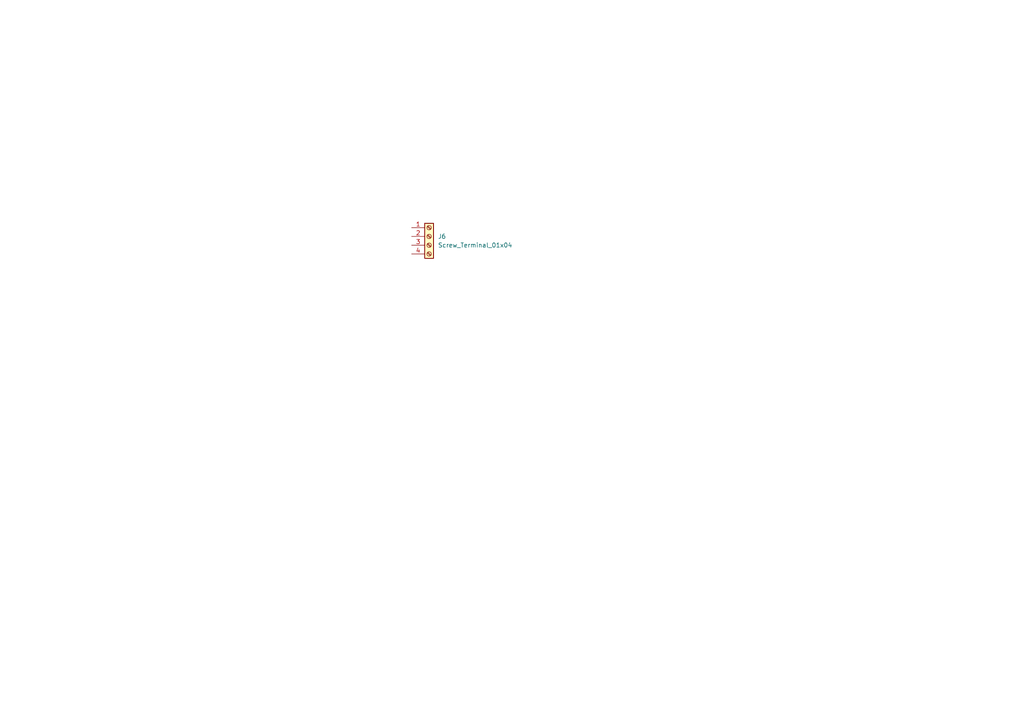
<source format=kicad_sch>
(kicad_sch (version 20231120) (generator "eeschema") (generator_version "8.0")
  (paper "A4")
  (lib_symbols
    (symbol "Connector:Screw_Terminal_01x04" (pin_names (offset 1.016) hide)
      (property "Reference" "J" (at 0 5.08 0))
      (property "Value" "Screw_Terminal_01x04" (at 0 -7.62 0))
      (symbol "Screw_Terminal_01x04_1_1"
        (rectangle (start -1.27 3.81) (end 1.27 -6.35) (stroke (width 0.254)) (fill (type background)))
        (circle (center 0 -5.08) (radius 0.635) (stroke (width 0.1524)))
        (circle (center 0 -2.54) (radius 0.635) (stroke (width 0.1524)))
        (polyline (pts (xy -0.5334 -4.7498) (xy 0.3302 -5.588)) (stroke (width 0.1524)))
        (polyline (pts (xy -0.5334 -2.2098) (xy 0.3302 -3.048)) (stroke (width 0.1524)))
        (polyline (pts (xy -0.5334 0.3302) (xy 0.3302 -0.508)) (stroke (width 0.1524)))
        (polyline (pts (xy -0.5334 2.8702) (xy 0.3302 2.032)) (stroke (width 0.1524)))
        (polyline (pts (xy -0.3556 -4.572) (xy 0.508 -5.4102)) (stroke (width 0.1524)))
        (polyline (pts (xy -0.3556 -2.032) (xy 0.508 -2.8702)) (stroke (width 0.1524)))
        (polyline (pts (xy -0.3556 0.508) (xy 0.508 -0.3302)) (stroke (width 0.1524)))
        (polyline (pts (xy -0.3556 3.048) (xy 0.508 2.2098)) (stroke (width 0.1524)))
        (circle (center 0 0) (radius 0.635) (stroke (width 0.1524)))
        (circle (center 0 2.54) (radius 0.635) (stroke (width 0.1524)))
        (pin passive line (at -5.08 2.54 0) (length 3.81) (name "Pin_1") (number "1"))
        (pin passive line (at -5.08 0 0) (length 3.81) (name "Pin_2") (number "2"))
        (pin passive line (at -5.08 -2.54 0) (length 3.81) (name "Pin_3") (number "3"))
        (pin passive line (at -5.08 -5.08 0) (length 3.81) (name "Pin_4") (number "4"))
      )
    )
  )
  (symbol (lib_id "Connector:Screw_Terminal_01x04") (at 124.46 68.58 0) (unit 1)
    (property "Reference" "J6" (at 127 68.5799 0) (effects (justify left)))
    (property "Value" "Screw_Terminal_01x04" (at 127 71.1199 0) (effects (justify left)))
    (property "Description" "Generic screw terminal, single row, 01x04, script generated (kicad-library-utils/schlib/autogen/connector/)" (effects (hide yes)))
    (instances (project "" (path "" (reference "J6") (unit 1)) (path "" (reference "J3") (unit 1)) (path "" (reference "J2") (unit 1))))
  )
)
</source>
